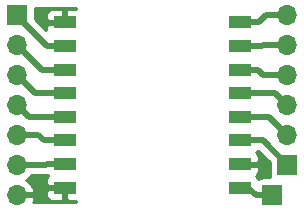
<source format=gbr>
G04 #@! TF.GenerationSoftware,KiCad,Pcbnew,(5.1.0)-1*
G04 #@! TF.CreationDate,2019-04-15T16:33:43-05:00*
G04 #@! TF.ProjectId,rfm95-breakout,72666d39-352d-4627-9265-616b6f75742e,rev?*
G04 #@! TF.SameCoordinates,Original*
G04 #@! TF.FileFunction,Copper,L1,Top*
G04 #@! TF.FilePolarity,Positive*
%FSLAX46Y46*%
G04 Gerber Fmt 4.6, Leading zero omitted, Abs format (unit mm)*
G04 Created by KiCad (PCBNEW (5.1.0)-1) date 2019-04-15 16:33:43*
%MOMM*%
%LPD*%
G04 APERTURE LIST*
%ADD10R,1.700000X1.700000*%
%ADD11O,1.700000X1.700000*%
%ADD12R,1.950000X1.050000*%
%ADD13C,0.914400*%
%ADD14C,0.508000*%
%ADD15C,0.254000*%
G04 APERTURE END LIST*
D10*
X127000000Y-76200000D03*
D11*
X127000000Y-78740000D03*
X127000000Y-81280000D03*
X127000000Y-83820000D03*
X127000000Y-86360000D03*
X127000000Y-88900000D03*
X127000000Y-91440000D03*
D10*
X149860000Y-88900000D03*
D11*
X149860000Y-86360000D03*
X149860000Y-83820000D03*
X149860000Y-81280000D03*
X149860000Y-78740000D03*
X149860000Y-76200000D03*
D10*
X148590000Y-91440000D03*
D12*
X131030000Y-76820000D03*
X131030000Y-78820000D03*
X131030000Y-80820000D03*
X131030000Y-82820000D03*
X131030000Y-84820000D03*
X131030000Y-86820000D03*
X131030000Y-88820000D03*
X131030000Y-90820000D03*
X145830000Y-90820000D03*
X145830000Y-88820000D03*
X145830000Y-86820000D03*
X145830000Y-84820000D03*
X145830000Y-82820000D03*
X145830000Y-80820000D03*
X145830000Y-78820000D03*
X145830000Y-76820000D03*
D13*
X147828000Y-88900000D03*
X129032000Y-75946000D03*
D14*
X129547000Y-78820000D02*
X131030000Y-78820000D01*
X127000000Y-76273000D02*
X129547000Y-78820000D01*
X127000000Y-76200000D02*
X127000000Y-76273000D01*
X129080000Y-80820000D02*
X131030000Y-80820000D01*
X127000000Y-78740000D02*
X129080000Y-80820000D01*
X128540000Y-82820000D02*
X131030000Y-82820000D01*
X127000000Y-81280000D02*
X128540000Y-82820000D01*
X128000000Y-84820000D02*
X131030000Y-84820000D01*
X127000000Y-83820000D02*
X128000000Y-84820000D01*
X131030000Y-86820000D02*
X129238000Y-86820000D01*
X128778000Y-86360000D02*
X127000000Y-86360000D01*
X129238000Y-86820000D02*
X128778000Y-86360000D01*
X129547000Y-88820000D02*
X129467000Y-88900000D01*
X131030000Y-88820000D02*
X129547000Y-88820000D01*
X129467000Y-88900000D02*
X127000000Y-88900000D01*
X129547000Y-90820000D02*
X128927000Y-91440000D01*
X131030000Y-90820000D02*
X129547000Y-90820000D01*
X128927000Y-91440000D02*
X127000000Y-91440000D01*
X147780000Y-86820000D02*
X149860000Y-88900000D01*
X145830000Y-86820000D02*
X147780000Y-86820000D01*
X148320000Y-84820000D02*
X149860000Y-86360000D01*
X145830000Y-84820000D02*
X148320000Y-84820000D01*
X148860000Y-82820000D02*
X149860000Y-83820000D01*
X145830000Y-82820000D02*
X148860000Y-82820000D01*
X145830000Y-80820000D02*
X147368000Y-80820000D01*
X147828000Y-81280000D02*
X149860000Y-81280000D01*
X147368000Y-80820000D02*
X147828000Y-81280000D01*
X145830000Y-78820000D02*
X147748000Y-78820000D01*
X147828000Y-78740000D02*
X149860000Y-78740000D01*
X147748000Y-78820000D02*
X147828000Y-78740000D01*
X145830000Y-76820000D02*
X147462000Y-76820000D01*
X148082000Y-76200000D02*
X149860000Y-76200000D01*
X147462000Y-76820000D02*
X148082000Y-76200000D01*
X145830000Y-90820000D02*
X146573000Y-90820000D01*
X147193000Y-91440000D02*
X148590000Y-91440000D01*
X146573000Y-90820000D02*
X147193000Y-91440000D01*
D15*
G36*
X129603815Y-89796185D02*
G01*
X129632834Y-89820000D01*
X129603815Y-89843815D01*
X129524463Y-89940506D01*
X129465498Y-90050820D01*
X129429188Y-90170518D01*
X129416928Y-90295000D01*
X129420000Y-90534250D01*
X129578750Y-90693000D01*
X130903000Y-90693000D01*
X130903000Y-90673000D01*
X131157000Y-90673000D01*
X131157000Y-90693000D01*
X131177000Y-90693000D01*
X131177000Y-90947000D01*
X131157000Y-90947000D01*
X131157000Y-91821250D01*
X131315750Y-91980000D01*
X131958500Y-91982865D01*
X131962667Y-91996601D01*
X131974403Y-92018557D01*
X131990197Y-92037803D01*
X132005060Y-92050000D01*
X128346383Y-92050000D01*
X128396825Y-91944099D01*
X128441476Y-91796890D01*
X128320155Y-91567000D01*
X127127000Y-91567000D01*
X127127000Y-91587000D01*
X126873000Y-91587000D01*
X126873000Y-91567000D01*
X126853000Y-91567000D01*
X126853000Y-91345000D01*
X129416928Y-91345000D01*
X129429188Y-91469482D01*
X129465498Y-91589180D01*
X129524463Y-91699494D01*
X129603815Y-91796185D01*
X129700506Y-91875537D01*
X129810820Y-91934502D01*
X129930518Y-91970812D01*
X130055000Y-91983072D01*
X130744250Y-91980000D01*
X130903000Y-91821250D01*
X130903000Y-90947000D01*
X129578750Y-90947000D01*
X129420000Y-91105750D01*
X129416928Y-91345000D01*
X126853000Y-91345000D01*
X126853000Y-91313000D01*
X126873000Y-91313000D01*
X126873000Y-91293000D01*
X127127000Y-91293000D01*
X127127000Y-91313000D01*
X128320155Y-91313000D01*
X128441476Y-91083110D01*
X128396825Y-90935901D01*
X128271641Y-90673080D01*
X128097588Y-90439731D01*
X127881355Y-90244822D01*
X127764477Y-90175201D01*
X127829014Y-90140706D01*
X128055134Y-89955134D01*
X128191477Y-89789000D01*
X129423340Y-89789000D01*
X129467000Y-89793300D01*
X129510660Y-89789000D01*
X129510667Y-89789000D01*
X129591393Y-89781049D01*
X129603815Y-89796185D01*
X129603815Y-89796185D01*
G37*
X129603815Y-89796185D02*
X129632834Y-89820000D01*
X129603815Y-89843815D01*
X129524463Y-89940506D01*
X129465498Y-90050820D01*
X129429188Y-90170518D01*
X129416928Y-90295000D01*
X129420000Y-90534250D01*
X129578750Y-90693000D01*
X130903000Y-90693000D01*
X130903000Y-90673000D01*
X131157000Y-90673000D01*
X131157000Y-90693000D01*
X131177000Y-90693000D01*
X131177000Y-90947000D01*
X131157000Y-90947000D01*
X131157000Y-91821250D01*
X131315750Y-91980000D01*
X131958500Y-91982865D01*
X131962667Y-91996601D01*
X131974403Y-92018557D01*
X131990197Y-92037803D01*
X132005060Y-92050000D01*
X128346383Y-92050000D01*
X128396825Y-91944099D01*
X128441476Y-91796890D01*
X128320155Y-91567000D01*
X127127000Y-91567000D01*
X127127000Y-91587000D01*
X126873000Y-91587000D01*
X126873000Y-91567000D01*
X126853000Y-91567000D01*
X126853000Y-91345000D01*
X129416928Y-91345000D01*
X129429188Y-91469482D01*
X129465498Y-91589180D01*
X129524463Y-91699494D01*
X129603815Y-91796185D01*
X129700506Y-91875537D01*
X129810820Y-91934502D01*
X129930518Y-91970812D01*
X130055000Y-91983072D01*
X130744250Y-91980000D01*
X130903000Y-91821250D01*
X130903000Y-90947000D01*
X129578750Y-90947000D01*
X129420000Y-91105750D01*
X129416928Y-91345000D01*
X126853000Y-91345000D01*
X126853000Y-91313000D01*
X126873000Y-91313000D01*
X126873000Y-91293000D01*
X127127000Y-91293000D01*
X127127000Y-91313000D01*
X128320155Y-91313000D01*
X128441476Y-91083110D01*
X128396825Y-90935901D01*
X128271641Y-90673080D01*
X128097588Y-90439731D01*
X127881355Y-90244822D01*
X127764477Y-90175201D01*
X127829014Y-90140706D01*
X128055134Y-89955134D01*
X128191477Y-89789000D01*
X129423340Y-89789000D01*
X129467000Y-89793300D01*
X129510660Y-89789000D01*
X129510667Y-89789000D01*
X129591393Y-89781049D01*
X129603815Y-89796185D01*
G36*
X148371928Y-88669164D02*
G01*
X148371928Y-89750000D01*
X148384188Y-89874482D01*
X148407681Y-89951928D01*
X147740000Y-89951928D01*
X147615518Y-89964188D01*
X147495820Y-90000498D01*
X147395503Y-90054119D01*
X147394502Y-90050820D01*
X147335537Y-89940506D01*
X147256185Y-89843815D01*
X147227166Y-89820000D01*
X147256185Y-89796185D01*
X147335537Y-89699494D01*
X147394502Y-89589180D01*
X147430812Y-89469482D01*
X147443072Y-89345000D01*
X147440000Y-89105750D01*
X147281250Y-88947000D01*
X145957000Y-88947000D01*
X145957000Y-88967000D01*
X145703000Y-88967000D01*
X145703000Y-88947000D01*
X145683000Y-88947000D01*
X145683000Y-88693000D01*
X145703000Y-88693000D01*
X145703000Y-88673000D01*
X145957000Y-88673000D01*
X145957000Y-88693000D01*
X147281250Y-88693000D01*
X147440000Y-88534250D01*
X147443072Y-88295000D01*
X147430812Y-88170518D01*
X147394502Y-88050820D01*
X147335537Y-87940506D01*
X147256185Y-87843815D01*
X147227166Y-87820000D01*
X147256185Y-87796185D01*
X147327736Y-87709000D01*
X147411765Y-87709000D01*
X148371928Y-88669164D01*
X148371928Y-88669164D01*
G37*
X148371928Y-88669164D02*
X148371928Y-89750000D01*
X148384188Y-89874482D01*
X148407681Y-89951928D01*
X147740000Y-89951928D01*
X147615518Y-89964188D01*
X147495820Y-90000498D01*
X147395503Y-90054119D01*
X147394502Y-90050820D01*
X147335537Y-89940506D01*
X147256185Y-89843815D01*
X147227166Y-89820000D01*
X147256185Y-89796185D01*
X147335537Y-89699494D01*
X147394502Y-89589180D01*
X147430812Y-89469482D01*
X147443072Y-89345000D01*
X147440000Y-89105750D01*
X147281250Y-88947000D01*
X145957000Y-88947000D01*
X145957000Y-88967000D01*
X145703000Y-88967000D01*
X145703000Y-88947000D01*
X145683000Y-88947000D01*
X145683000Y-88693000D01*
X145703000Y-88693000D01*
X145703000Y-88673000D01*
X145957000Y-88673000D01*
X145957000Y-88693000D01*
X147281250Y-88693000D01*
X147440000Y-88534250D01*
X147443072Y-88295000D01*
X147430812Y-88170518D01*
X147394502Y-88050820D01*
X147335537Y-87940506D01*
X147256185Y-87843815D01*
X147227166Y-87820000D01*
X147256185Y-87796185D01*
X147327736Y-87709000D01*
X147411765Y-87709000D01*
X148371928Y-88669164D01*
G36*
X131990197Y-75602197D02*
G01*
X131974403Y-75621443D01*
X131962667Y-75643399D01*
X131958500Y-75657135D01*
X131315750Y-75660000D01*
X131157000Y-75818750D01*
X131157000Y-76693000D01*
X131177000Y-76693000D01*
X131177000Y-76947000D01*
X131157000Y-76947000D01*
X131157000Y-76967000D01*
X130903000Y-76967000D01*
X130903000Y-76947000D01*
X129578750Y-76947000D01*
X129420000Y-77105750D01*
X129416928Y-77345000D01*
X129426508Y-77442272D01*
X128488072Y-76503837D01*
X128488072Y-76295000D01*
X129416928Y-76295000D01*
X129420000Y-76534250D01*
X129578750Y-76693000D01*
X130903000Y-76693000D01*
X130903000Y-75818750D01*
X130744250Y-75660000D01*
X130055000Y-75656928D01*
X129930518Y-75669188D01*
X129810820Y-75705498D01*
X129700506Y-75764463D01*
X129603815Y-75843815D01*
X129524463Y-75940506D01*
X129465498Y-76050820D01*
X129429188Y-76170518D01*
X129416928Y-76295000D01*
X128488072Y-76295000D01*
X128488072Y-75590000D01*
X132005060Y-75590000D01*
X131990197Y-75602197D01*
X131990197Y-75602197D01*
G37*
X131990197Y-75602197D02*
X131974403Y-75621443D01*
X131962667Y-75643399D01*
X131958500Y-75657135D01*
X131315750Y-75660000D01*
X131157000Y-75818750D01*
X131157000Y-76693000D01*
X131177000Y-76693000D01*
X131177000Y-76947000D01*
X131157000Y-76947000D01*
X131157000Y-76967000D01*
X130903000Y-76967000D01*
X130903000Y-76947000D01*
X129578750Y-76947000D01*
X129420000Y-77105750D01*
X129416928Y-77345000D01*
X129426508Y-77442272D01*
X128488072Y-76503837D01*
X128488072Y-76295000D01*
X129416928Y-76295000D01*
X129420000Y-76534250D01*
X129578750Y-76693000D01*
X130903000Y-76693000D01*
X130903000Y-75818750D01*
X130744250Y-75660000D01*
X130055000Y-75656928D01*
X129930518Y-75669188D01*
X129810820Y-75705498D01*
X129700506Y-75764463D01*
X129603815Y-75843815D01*
X129524463Y-75940506D01*
X129465498Y-76050820D01*
X129429188Y-76170518D01*
X129416928Y-76295000D01*
X128488072Y-76295000D01*
X128488072Y-75590000D01*
X132005060Y-75590000D01*
X131990197Y-75602197D01*
M02*

</source>
